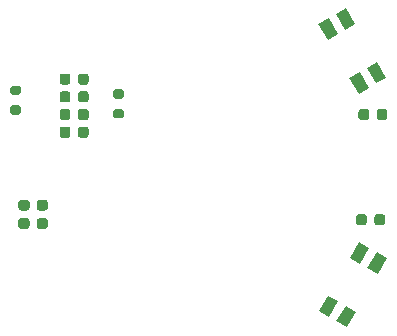
<source format=gbr>
%TF.GenerationSoftware,KiCad,Pcbnew,5.1.8-1.fc33*%
%TF.CreationDate,2020-12-06T10:48:02+01:00*%
%TF.ProjectId,lightring,6c696768-7472-4696-9e67-2e6b69636164,rev?*%
%TF.SameCoordinates,Original*%
%TF.FileFunction,Paste,Bot*%
%TF.FilePolarity,Positive*%
%FSLAX46Y46*%
G04 Gerber Fmt 4.6, Leading zero omitted, Abs format (unit mm)*
G04 Created by KiCad (PCBNEW 5.1.8-1.fc33) date 2020-12-06 10:48:02*
%MOMM*%
%LPD*%
G01*
G04 APERTURE LIST*
%ADD10C,0.100000*%
G04 APERTURE END LIST*
%TO.C,R43*%
G36*
G01*
X167225000Y-73375000D02*
X167775000Y-73375000D01*
G75*
G02*
X167975000Y-73575000I0J-200000D01*
G01*
X167975000Y-73975000D01*
G75*
G02*
X167775000Y-74175000I-200000J0D01*
G01*
X167225000Y-74175000D01*
G75*
G02*
X167025000Y-73975000I0J200000D01*
G01*
X167025000Y-73575000D01*
G75*
G02*
X167225000Y-73375000I200000J0D01*
G01*
G37*
G36*
G01*
X167225000Y-75025000D02*
X167775000Y-75025000D01*
G75*
G02*
X167975000Y-75225000I0J-200000D01*
G01*
X167975000Y-75625000D01*
G75*
G02*
X167775000Y-75825000I-200000J0D01*
G01*
X167225000Y-75825000D01*
G75*
G02*
X167025000Y-75625000I0J200000D01*
G01*
X167025000Y-75225000D01*
G75*
G02*
X167225000Y-75025000I200000J0D01*
G01*
G37*
%TD*%
D10*
%TO.C,SW1*%
G36*
X184430865Y-67830513D02*
G01*
X185296891Y-67330513D01*
X186071891Y-68672853D01*
X185205865Y-69172853D01*
X184430865Y-67830513D01*
G37*
G36*
X187055865Y-72377147D02*
G01*
X187921891Y-71877147D01*
X188696891Y-73219487D01*
X187830865Y-73719487D01*
X187055865Y-72377147D01*
G37*
G36*
X188528109Y-71527147D02*
G01*
X189394135Y-71027147D01*
X190169135Y-72369487D01*
X189303109Y-72869487D01*
X188528109Y-71527147D01*
G37*
G36*
X185903109Y-66980513D02*
G01*
X186769135Y-66480513D01*
X187544135Y-67822853D01*
X186678109Y-68322853D01*
X185903109Y-66980513D01*
G37*
%TD*%
%TO.C,SW2*%
G36*
X189353109Y-87130513D02*
G01*
X190219135Y-87630513D01*
X189444135Y-88972853D01*
X188578109Y-88472853D01*
X189353109Y-87130513D01*
G37*
G36*
X186728109Y-91677147D02*
G01*
X187594135Y-92177147D01*
X186819135Y-93519487D01*
X185953109Y-93019487D01*
X186728109Y-91677147D01*
G37*
G36*
X185255865Y-90827147D02*
G01*
X186121891Y-91327147D01*
X185346891Y-92669487D01*
X184480865Y-92169487D01*
X185255865Y-90827147D01*
G37*
G36*
X187880865Y-86280513D02*
G01*
X188746891Y-86780513D01*
X187971891Y-88122853D01*
X187105865Y-87622853D01*
X187880865Y-86280513D01*
G37*
%TD*%
%TO.C,C1*%
G36*
G01*
X159250000Y-84275000D02*
X159750000Y-84275000D01*
G75*
G02*
X159975000Y-84500000I0J-225000D01*
G01*
X159975000Y-84950000D01*
G75*
G02*
X159750000Y-85175000I-225000J0D01*
G01*
X159250000Y-85175000D01*
G75*
G02*
X159025000Y-84950000I0J225000D01*
G01*
X159025000Y-84500000D01*
G75*
G02*
X159250000Y-84275000I225000J0D01*
G01*
G37*
G36*
G01*
X159250000Y-82725000D02*
X159750000Y-82725000D01*
G75*
G02*
X159975000Y-82950000I0J-225000D01*
G01*
X159975000Y-83400000D01*
G75*
G02*
X159750000Y-83625000I-225000J0D01*
G01*
X159250000Y-83625000D01*
G75*
G02*
X159025000Y-83400000I0J225000D01*
G01*
X159025000Y-82950000D01*
G75*
G02*
X159250000Y-82725000I225000J0D01*
G01*
G37*
%TD*%
%TO.C,C2*%
G36*
G01*
X162525000Y-75750000D02*
X162525000Y-75250000D01*
G75*
G02*
X162750000Y-75025000I225000J0D01*
G01*
X163200000Y-75025000D01*
G75*
G02*
X163425000Y-75250000I0J-225000D01*
G01*
X163425000Y-75750000D01*
G75*
G02*
X163200000Y-75975000I-225000J0D01*
G01*
X162750000Y-75975000D01*
G75*
G02*
X162525000Y-75750000I0J225000D01*
G01*
G37*
G36*
G01*
X164075000Y-75750000D02*
X164075000Y-75250000D01*
G75*
G02*
X164300000Y-75025000I225000J0D01*
G01*
X164750000Y-75025000D01*
G75*
G02*
X164975000Y-75250000I0J-225000D01*
G01*
X164975000Y-75750000D01*
G75*
G02*
X164750000Y-75975000I-225000J0D01*
G01*
X164300000Y-75975000D01*
G75*
G02*
X164075000Y-75750000I0J225000D01*
G01*
G37*
%TD*%
%TO.C,C3*%
G36*
G01*
X189375000Y-75750000D02*
X189375000Y-75250000D01*
G75*
G02*
X189600000Y-75025000I225000J0D01*
G01*
X190050000Y-75025000D01*
G75*
G02*
X190275000Y-75250000I0J-225000D01*
G01*
X190275000Y-75750000D01*
G75*
G02*
X190050000Y-75975000I-225000J0D01*
G01*
X189600000Y-75975000D01*
G75*
G02*
X189375000Y-75750000I0J225000D01*
G01*
G37*
G36*
G01*
X187825000Y-75750000D02*
X187825000Y-75250000D01*
G75*
G02*
X188050000Y-75025000I225000J0D01*
G01*
X188500000Y-75025000D01*
G75*
G02*
X188725000Y-75250000I0J-225000D01*
G01*
X188725000Y-75750000D01*
G75*
G02*
X188500000Y-75975000I-225000J0D01*
G01*
X188050000Y-75975000D01*
G75*
G02*
X187825000Y-75750000I0J225000D01*
G01*
G37*
%TD*%
%TO.C,C4*%
G36*
G01*
X187625000Y-84650000D02*
X187625000Y-84150000D01*
G75*
G02*
X187850000Y-83925000I225000J0D01*
G01*
X188300000Y-83925000D01*
G75*
G02*
X188525000Y-84150000I0J-225000D01*
G01*
X188525000Y-84650000D01*
G75*
G02*
X188300000Y-84875000I-225000J0D01*
G01*
X187850000Y-84875000D01*
G75*
G02*
X187625000Y-84650000I0J225000D01*
G01*
G37*
G36*
G01*
X189175000Y-84650000D02*
X189175000Y-84150000D01*
G75*
G02*
X189400000Y-83925000I225000J0D01*
G01*
X189850000Y-83925000D01*
G75*
G02*
X190075000Y-84150000I0J-225000D01*
G01*
X190075000Y-84650000D01*
G75*
G02*
X189850000Y-84875000I-225000J0D01*
G01*
X189400000Y-84875000D01*
G75*
G02*
X189175000Y-84650000I0J225000D01*
G01*
G37*
%TD*%
%TO.C,C5*%
G36*
G01*
X160800000Y-82725000D02*
X161300000Y-82725000D01*
G75*
G02*
X161525000Y-82950000I0J-225000D01*
G01*
X161525000Y-83400000D01*
G75*
G02*
X161300000Y-83625000I-225000J0D01*
G01*
X160800000Y-83625000D01*
G75*
G02*
X160575000Y-83400000I0J225000D01*
G01*
X160575000Y-82950000D01*
G75*
G02*
X160800000Y-82725000I225000J0D01*
G01*
G37*
G36*
G01*
X160800000Y-84275000D02*
X161300000Y-84275000D01*
G75*
G02*
X161525000Y-84500000I0J-225000D01*
G01*
X161525000Y-84950000D01*
G75*
G02*
X161300000Y-85175000I-225000J0D01*
G01*
X160800000Y-85175000D01*
G75*
G02*
X160575000Y-84950000I0J225000D01*
G01*
X160575000Y-84500000D01*
G75*
G02*
X160800000Y-84275000I225000J0D01*
G01*
G37*
%TD*%
%TO.C,C6*%
G36*
G01*
X164075000Y-77250000D02*
X164075000Y-76750000D01*
G75*
G02*
X164300000Y-76525000I225000J0D01*
G01*
X164750000Y-76525000D01*
G75*
G02*
X164975000Y-76750000I0J-225000D01*
G01*
X164975000Y-77250000D01*
G75*
G02*
X164750000Y-77475000I-225000J0D01*
G01*
X164300000Y-77475000D01*
G75*
G02*
X164075000Y-77250000I0J225000D01*
G01*
G37*
G36*
G01*
X162525000Y-77250000D02*
X162525000Y-76750000D01*
G75*
G02*
X162750000Y-76525000I225000J0D01*
G01*
X163200000Y-76525000D01*
G75*
G02*
X163425000Y-76750000I0J-225000D01*
G01*
X163425000Y-77250000D01*
G75*
G02*
X163200000Y-77475000I-225000J0D01*
G01*
X162750000Y-77475000D01*
G75*
G02*
X162525000Y-77250000I0J225000D01*
G01*
G37*
%TD*%
%TO.C,C7*%
G36*
G01*
X162525000Y-72750000D02*
X162525000Y-72250000D01*
G75*
G02*
X162750000Y-72025000I225000J0D01*
G01*
X163200000Y-72025000D01*
G75*
G02*
X163425000Y-72250000I0J-225000D01*
G01*
X163425000Y-72750000D01*
G75*
G02*
X163200000Y-72975000I-225000J0D01*
G01*
X162750000Y-72975000D01*
G75*
G02*
X162525000Y-72750000I0J225000D01*
G01*
G37*
G36*
G01*
X164075000Y-72750000D02*
X164075000Y-72250000D01*
G75*
G02*
X164300000Y-72025000I225000J0D01*
G01*
X164750000Y-72025000D01*
G75*
G02*
X164975000Y-72250000I0J-225000D01*
G01*
X164975000Y-72750000D01*
G75*
G02*
X164750000Y-72975000I-225000J0D01*
G01*
X164300000Y-72975000D01*
G75*
G02*
X164075000Y-72750000I0J225000D01*
G01*
G37*
%TD*%
%TO.C,C8*%
G36*
G01*
X164075000Y-74250000D02*
X164075000Y-73750000D01*
G75*
G02*
X164300000Y-73525000I225000J0D01*
G01*
X164750000Y-73525000D01*
G75*
G02*
X164975000Y-73750000I0J-225000D01*
G01*
X164975000Y-74250000D01*
G75*
G02*
X164750000Y-74475000I-225000J0D01*
G01*
X164300000Y-74475000D01*
G75*
G02*
X164075000Y-74250000I0J225000D01*
G01*
G37*
G36*
G01*
X162525000Y-74250000D02*
X162525000Y-73750000D01*
G75*
G02*
X162750000Y-73525000I225000J0D01*
G01*
X163200000Y-73525000D01*
G75*
G02*
X163425000Y-73750000I0J-225000D01*
G01*
X163425000Y-74250000D01*
G75*
G02*
X163200000Y-74475000I-225000J0D01*
G01*
X162750000Y-74475000D01*
G75*
G02*
X162525000Y-74250000I0J225000D01*
G01*
G37*
%TD*%
%TO.C,R44*%
G36*
G01*
X158525000Y-74700000D02*
X159075000Y-74700000D01*
G75*
G02*
X159275000Y-74900000I0J-200000D01*
G01*
X159275000Y-75300000D01*
G75*
G02*
X159075000Y-75500000I-200000J0D01*
G01*
X158525000Y-75500000D01*
G75*
G02*
X158325000Y-75300000I0J200000D01*
G01*
X158325000Y-74900000D01*
G75*
G02*
X158525000Y-74700000I200000J0D01*
G01*
G37*
G36*
G01*
X158525000Y-73050000D02*
X159075000Y-73050000D01*
G75*
G02*
X159275000Y-73250000I0J-200000D01*
G01*
X159275000Y-73650000D01*
G75*
G02*
X159075000Y-73850000I-200000J0D01*
G01*
X158525000Y-73850000D01*
G75*
G02*
X158325000Y-73650000I0J200000D01*
G01*
X158325000Y-73250000D01*
G75*
G02*
X158525000Y-73050000I200000J0D01*
G01*
G37*
%TD*%
M02*

</source>
